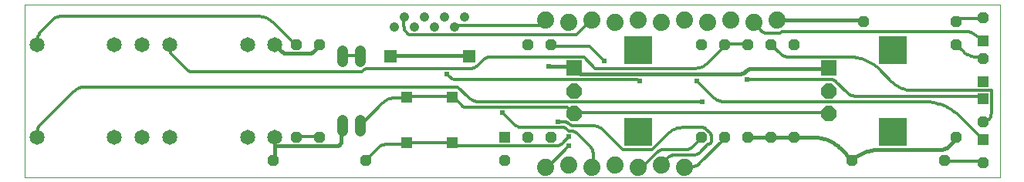
<source format=gtl>
G75*
%MOIN*%
%OFA0B0*%
%FSLAX24Y24*%
%IPPOS*%
%LPD*%
%AMOC8*
5,1,8,0,0,1.08239X$1,22.5*
%
%ADD10C,0.0010*%
%ADD11R,0.0660X0.0660*%
%ADD12OC8,0.0660*%
%ADD13R,0.1227X0.1227*%
%ADD14C,0.0650*%
%ADD15OC8,0.0480*%
%ADD16C,0.0480*%
%ADD17R,0.0478X0.0478*%
%ADD18R,0.0480X0.0480*%
%ADD19R,0.0531X0.0531*%
%ADD20C,0.0413*%
%ADD21C,0.0740*%
%ADD22C,0.0120*%
%ADD23C,0.0240*%
%ADD24C,0.0180*%
D10*
X007994Y004807D02*
X050120Y004807D01*
X050120Y012287D01*
X007994Y012287D01*
X007994Y004807D01*
D11*
X031738Y009541D03*
X042738Y009541D03*
D12*
X042738Y008557D03*
X042738Y007572D03*
X031738Y007572D03*
X031738Y008557D03*
D13*
X034494Y006785D03*
X045494Y006785D03*
X045494Y010328D03*
X034494Y010328D03*
D14*
X018803Y010557D03*
X017622Y010557D03*
X014275Y010557D03*
X013053Y010557D03*
X011872Y010557D03*
X008525Y010557D03*
X008525Y006557D03*
X011872Y006557D03*
X013053Y006557D03*
X014275Y006557D03*
X017622Y006557D03*
X018803Y006557D03*
D15*
X019744Y006557D03*
X020744Y006557D03*
X022744Y005557D03*
X018744Y005557D03*
X028744Y005557D03*
X029744Y006557D03*
X030744Y006557D03*
X037244Y006557D03*
X038244Y006557D03*
X039244Y006557D03*
X040244Y006557D03*
X041244Y006557D03*
X043744Y005557D03*
X047744Y005557D03*
X049394Y005457D03*
X048244Y006557D03*
X049394Y007207D03*
X049394Y009957D03*
X048244Y010557D03*
X048244Y011557D03*
X049394Y011707D03*
X044244Y011557D03*
X041244Y010557D03*
X040244Y010557D03*
X039244Y010557D03*
X038244Y010557D03*
X037244Y010557D03*
X030744Y010557D03*
X029744Y010557D03*
X020744Y010557D03*
X019744Y010557D03*
D16*
X021744Y010297D02*
X021744Y009817D01*
X022494Y009817D02*
X022494Y010297D01*
X022494Y007297D02*
X022494Y006817D01*
X021744Y006817D02*
X021744Y007297D01*
D17*
X024509Y006322D03*
X026478Y006322D03*
X026478Y008291D03*
X024509Y008291D03*
D18*
X028744Y006557D03*
X049394Y006457D03*
X049394Y008207D03*
X049394Y008957D03*
X049394Y010707D03*
D19*
X027187Y010059D03*
X023801Y010059D03*
D20*
X023978Y011307D03*
X024844Y011307D03*
X025710Y011307D03*
X026576Y011307D03*
X026143Y011740D03*
X027009Y011740D03*
X025277Y011740D03*
X024411Y011740D03*
D21*
X030494Y011607D03*
X031494Y011507D03*
X032494Y011607D03*
X033494Y011507D03*
X034494Y011607D03*
X035494Y011507D03*
X036494Y011607D03*
X037494Y011507D03*
X038494Y011607D03*
X039494Y011507D03*
X040494Y011607D03*
X035494Y005357D03*
X036494Y005257D03*
X034494Y005257D03*
X033494Y005357D03*
X032494Y005257D03*
X031494Y005357D03*
X030494Y005257D03*
D22*
X030554Y005287D01*
X030634Y005287D01*
X031514Y006167D01*
X031233Y006286D02*
X031514Y006567D01*
X031650Y006806D02*
X031678Y006804D01*
X031706Y006800D01*
X031733Y006792D01*
X031758Y006781D01*
X031783Y006768D01*
X031806Y006751D01*
X031827Y006733D01*
X032462Y006099D01*
X032554Y005877D02*
X032554Y005287D01*
X032494Y005257D01*
X032554Y005877D02*
X032552Y005912D01*
X032546Y005947D01*
X032536Y005981D01*
X032523Y006013D01*
X032506Y006044D01*
X032485Y006073D01*
X032462Y006099D01*
X032963Y006879D02*
X032929Y006909D01*
X032894Y006937D01*
X032856Y006962D01*
X032817Y006984D01*
X032776Y007003D01*
X032734Y007019D01*
X032690Y007031D01*
X032646Y007040D01*
X032601Y007045D01*
X032556Y007047D01*
X031718Y007047D01*
X031618Y006806D02*
X031590Y006808D01*
X031562Y006812D01*
X031535Y006820D01*
X031509Y006831D01*
X031484Y006844D01*
X031462Y006861D01*
X031441Y006880D01*
X031440Y006880D02*
X031411Y006910D01*
X031504Y007136D02*
X031484Y007154D01*
X031462Y007170D01*
X031438Y007183D01*
X031413Y007193D01*
X031387Y007201D01*
X031360Y007205D01*
X031333Y007207D01*
X031034Y007207D01*
X031273Y006967D02*
X029535Y006967D01*
X029089Y007151D02*
X028634Y007607D01*
X029090Y007151D02*
X029126Y007117D01*
X029165Y007086D01*
X029206Y007059D01*
X029249Y007035D01*
X029294Y007014D01*
X029340Y006997D01*
X029388Y006983D01*
X029436Y006974D01*
X029486Y006968D01*
X029535Y006966D01*
X030945Y006167D02*
X030985Y006169D01*
X031025Y006175D01*
X031063Y006185D01*
X031101Y006198D01*
X031137Y006215D01*
X031172Y006236D01*
X031204Y006260D01*
X031233Y006286D01*
X030945Y006167D02*
X026634Y006167D01*
X026478Y006322D01*
X026474Y006327D01*
X024554Y006327D01*
X024509Y006322D01*
X024474Y006247D01*
X023657Y006247D01*
X023276Y006089D02*
X022744Y005557D01*
X023277Y006088D02*
X023308Y006117D01*
X023341Y006143D01*
X023376Y006167D01*
X023413Y006187D01*
X023451Y006205D01*
X023491Y006220D01*
X023531Y006231D01*
X023573Y006239D01*
X023615Y006244D01*
X023657Y006246D01*
X022554Y007127D02*
X022494Y007057D01*
X022554Y007127D02*
X023451Y008024D01*
X023989Y008247D02*
X024474Y008247D01*
X024509Y008291D01*
X024554Y008327D01*
X026474Y008327D01*
X026478Y008291D01*
X026554Y008247D01*
X026891Y007909D01*
X027042Y007847D02*
X031434Y007847D01*
X031674Y007607D01*
X031738Y007572D01*
X031754Y007607D01*
X042714Y007607D01*
X042738Y007572D01*
X043693Y010007D02*
X043771Y010005D01*
X043849Y010000D01*
X043927Y009991D01*
X044004Y009978D01*
X044080Y009962D01*
X044156Y009942D01*
X044231Y009919D01*
X044304Y009893D01*
X044376Y009863D01*
X044447Y009830D01*
X044516Y009793D01*
X044584Y009754D01*
X044649Y009711D01*
X044713Y009665D01*
X044774Y009617D01*
X044833Y009565D01*
X044889Y009511D01*
X045440Y008961D01*
X046391Y008567D02*
X049754Y008567D01*
X049754Y007567D01*
X049752Y007529D01*
X049746Y007492D01*
X049736Y007456D01*
X049723Y007421D01*
X049706Y007387D01*
X049685Y007355D01*
X049662Y007326D01*
X049635Y007299D01*
X049606Y007276D01*
X049574Y007255D01*
X049540Y007238D01*
X049505Y007225D01*
X049469Y007215D01*
X049432Y007209D01*
X049394Y007207D01*
X049354Y006487D02*
X048392Y007448D01*
X049274Y008327D02*
X049394Y008207D01*
X049274Y008327D02*
X043875Y008327D01*
X043532Y008469D02*
X043047Y008953D01*
X042822Y009047D02*
X039194Y009047D01*
X038223Y008086D02*
X038170Y008088D01*
X038117Y008094D01*
X038064Y008103D01*
X038013Y008116D01*
X037962Y008133D01*
X037913Y008154D01*
X037865Y008177D01*
X037819Y008205D01*
X037775Y008235D01*
X037734Y008268D01*
X037695Y008305D01*
X037034Y008967D01*
X036963Y009527D02*
X032634Y009527D01*
X032154Y010007D01*
X028074Y010007D01*
X027801Y009894D02*
X027533Y009626D01*
X027294Y009527D02*
X022861Y009527D01*
X022609Y009423D02*
X022591Y009406D01*
X022570Y009392D01*
X022548Y009381D01*
X022524Y009373D01*
X022500Y009369D01*
X022475Y009367D01*
X015304Y009367D01*
X014979Y009501D02*
X014314Y010167D01*
X014314Y010487D01*
X014275Y010557D01*
X014979Y009500D02*
X015009Y009473D01*
X015041Y009449D01*
X015074Y009427D01*
X015110Y009409D01*
X015147Y009394D01*
X015185Y009382D01*
X015224Y009373D01*
X015264Y009368D01*
X015304Y009366D01*
X018725Y011516D02*
X019674Y010567D01*
X019744Y010557D01*
X018725Y011516D02*
X018684Y011554D01*
X018641Y011590D01*
X018595Y011623D01*
X018547Y011652D01*
X018498Y011679D01*
X018447Y011702D01*
X018394Y011722D01*
X018341Y011738D01*
X018286Y011751D01*
X018231Y011760D01*
X018175Y011765D01*
X018119Y011767D01*
X009553Y011767D01*
X009213Y011626D02*
X008730Y011143D01*
X008554Y010718D02*
X008554Y010567D01*
X008525Y010557D01*
X008554Y010718D02*
X008556Y010765D01*
X008561Y010812D01*
X008571Y010858D01*
X008583Y010904D01*
X008600Y010948D01*
X008620Y010991D01*
X008643Y011032D01*
X008669Y011071D01*
X008698Y011108D01*
X008730Y011143D01*
X009213Y011626D02*
X009244Y011654D01*
X009277Y011680D01*
X009312Y011703D01*
X009350Y011722D01*
X009388Y011738D01*
X009429Y011751D01*
X009469Y011760D01*
X009511Y011765D01*
X009553Y011767D01*
X010643Y008727D02*
X026714Y008727D01*
X027175Y008266D01*
X027607Y008087D02*
X037274Y008087D01*
X038223Y008087D02*
X046850Y008087D01*
X043875Y008327D02*
X043833Y008329D01*
X043791Y008334D01*
X043749Y008344D01*
X043709Y008356D01*
X043670Y008372D01*
X043633Y008392D01*
X043597Y008415D01*
X043563Y008440D01*
X043532Y008469D01*
X043048Y008954D02*
X043024Y008975D01*
X042999Y008993D01*
X042972Y009009D01*
X042944Y009023D01*
X042915Y009033D01*
X042884Y009041D01*
X042853Y009045D01*
X042822Y009047D01*
X043693Y010007D02*
X041036Y010007D01*
X040622Y010178D02*
X040244Y010557D01*
X040634Y011047D02*
X040657Y011067D01*
X040682Y011085D01*
X040709Y011100D01*
X040737Y011112D01*
X040766Y011120D01*
X040796Y011125D01*
X040827Y011127D01*
X048564Y011127D01*
X048525Y010276D02*
X048569Y010235D01*
X048615Y010197D01*
X048664Y010162D01*
X048715Y010130D01*
X048768Y010102D01*
X048823Y010077D01*
X048879Y010056D01*
X048936Y010038D01*
X048995Y010025D01*
X049054Y010015D01*
X049114Y010009D01*
X049174Y010007D01*
X049354Y010007D01*
X049394Y009957D01*
X049229Y010851D02*
X049187Y010890D01*
X049144Y010926D01*
X049098Y010960D01*
X049050Y010990D01*
X049001Y011018D01*
X048950Y011043D01*
X048897Y011065D01*
X048844Y011083D01*
X048789Y011099D01*
X048733Y011111D01*
X048677Y011119D01*
X048621Y011124D01*
X048564Y011126D01*
X049229Y010851D02*
X049354Y010727D01*
X049394Y010707D01*
X048525Y010276D02*
X048244Y010557D01*
X046391Y008566D02*
X046321Y008568D01*
X046250Y008573D01*
X046181Y008583D01*
X046111Y008595D01*
X046043Y008612D01*
X045975Y008632D01*
X045909Y008655D01*
X045844Y008682D01*
X045780Y008713D01*
X045719Y008746D01*
X045658Y008783D01*
X045600Y008823D01*
X045545Y008866D01*
X045491Y008911D01*
X045440Y008960D01*
X041036Y010007D02*
X040990Y010009D01*
X040944Y010014D01*
X040899Y010023D01*
X040855Y010036D01*
X040812Y010052D01*
X040770Y010071D01*
X040730Y010093D01*
X040692Y010119D01*
X040656Y010147D01*
X040622Y010178D01*
X039244Y010557D02*
X039194Y010567D01*
X038314Y010567D01*
X038244Y010557D01*
X038234Y010487D01*
X037493Y009746D01*
X037454Y009709D01*
X037412Y009676D01*
X037368Y009645D01*
X037322Y009618D01*
X037275Y009594D01*
X037225Y009573D01*
X037174Y009556D01*
X037122Y009543D01*
X037070Y009534D01*
X037017Y009528D01*
X036963Y009526D01*
X034554Y008967D02*
X034474Y009047D01*
X026629Y009047D01*
X026364Y009156D02*
X026234Y009287D01*
X026364Y009157D02*
X026391Y009132D01*
X026421Y009110D01*
X026452Y009091D01*
X026485Y009076D01*
X026520Y009063D01*
X026556Y009054D01*
X026592Y009049D01*
X026629Y009047D01*
X027175Y008265D02*
X027210Y008232D01*
X027248Y008203D01*
X027288Y008176D01*
X027330Y008153D01*
X027373Y008133D01*
X027418Y008116D01*
X027464Y008103D01*
X027511Y008094D01*
X027559Y008088D01*
X027607Y008086D01*
X027042Y007846D02*
X027014Y007848D01*
X026987Y007853D01*
X026960Y007862D01*
X026935Y007875D01*
X026912Y007890D01*
X026891Y007909D01*
X023989Y008247D02*
X023935Y008245D01*
X023881Y008239D01*
X023827Y008230D01*
X023775Y008216D01*
X023723Y008199D01*
X023673Y008178D01*
X023624Y008154D01*
X023578Y008126D01*
X023533Y008095D01*
X023491Y008061D01*
X023451Y008024D01*
X022861Y009527D02*
X022826Y009525D01*
X022792Y009520D01*
X022758Y009512D01*
X022725Y009500D01*
X022693Y009485D01*
X022663Y009467D01*
X022635Y009446D01*
X022609Y009423D01*
X022494Y010057D02*
X022474Y010087D01*
X021754Y010087D01*
X021744Y010057D01*
X024755Y010967D02*
X031834Y010967D01*
X032474Y011607D01*
X032494Y011607D01*
X030494Y011607D02*
X030474Y011607D01*
X030234Y011367D01*
X026794Y011367D01*
X026576Y011307D01*
X024755Y010967D02*
X024719Y010969D01*
X024683Y010974D01*
X024647Y010983D01*
X024613Y010995D01*
X024580Y011011D01*
X024549Y011030D01*
X024520Y011051D01*
X024493Y011076D01*
X024468Y011103D01*
X024447Y011132D01*
X024428Y011163D01*
X024412Y011196D01*
X024400Y011230D01*
X024391Y011266D01*
X024386Y011302D01*
X024384Y011338D01*
X024384Y011687D01*
X024411Y011740D01*
X030744Y010557D02*
X030794Y010487D01*
X032394Y010487D01*
X033034Y009847D01*
X028074Y010007D02*
X028036Y010005D01*
X027999Y010000D01*
X027962Y009990D01*
X027926Y009978D01*
X027892Y009961D01*
X027860Y009942D01*
X027829Y009919D01*
X027801Y009894D01*
X027533Y009626D02*
X027508Y009604D01*
X027482Y009584D01*
X027453Y009567D01*
X027423Y009553D01*
X027392Y009542D01*
X027360Y009533D01*
X027327Y009529D01*
X027294Y009527D01*
X031506Y007135D02*
X031531Y007112D01*
X031558Y007093D01*
X031588Y007077D01*
X031619Y007064D01*
X031651Y007055D01*
X031684Y007049D01*
X031718Y007047D01*
X031506Y007135D02*
X031505Y007136D01*
X031618Y006807D02*
X031650Y006807D01*
X031410Y006910D02*
X031391Y006927D01*
X031370Y006941D01*
X031347Y006952D01*
X031323Y006960D01*
X031298Y006965D01*
X031273Y006967D01*
X032962Y006878D02*
X033834Y006007D01*
X035114Y006007D01*
X035845Y006738D01*
X036398Y006967D02*
X037285Y006967D01*
X037402Y006918D02*
X037623Y006698D01*
X037674Y006574D02*
X037674Y006407D01*
X037672Y006384D01*
X037668Y006362D01*
X037660Y006341D01*
X037649Y006320D01*
X037635Y006302D01*
X037619Y006286D01*
X037601Y006272D01*
X037580Y006261D01*
X037559Y006253D01*
X037537Y006249D01*
X037514Y006247D01*
X037154Y005887D01*
X036864Y005767D02*
X036007Y005767D01*
X035848Y005701D02*
X035514Y005367D01*
X035494Y005357D01*
X035848Y005701D02*
X035867Y005718D01*
X035887Y005733D01*
X035909Y005745D01*
X035933Y005754D01*
X035957Y005761D01*
X035982Y005766D01*
X036007Y005767D01*
X035587Y006007D02*
X035551Y006005D01*
X035515Y006000D01*
X035480Y005991D01*
X035446Y005979D01*
X035413Y005963D01*
X035382Y005945D01*
X035353Y005923D01*
X035326Y005899D01*
X034714Y005287D01*
X034554Y005287D01*
X034494Y005257D01*
X036494Y005257D02*
X036554Y005287D01*
X036870Y005287D01*
X037150Y005403D02*
X038234Y006487D01*
X038244Y006557D01*
X037674Y006574D02*
X037673Y006597D01*
X037668Y006619D01*
X037661Y006641D01*
X037651Y006662D01*
X037638Y006681D01*
X037623Y006698D01*
X037402Y006917D02*
X037386Y006932D01*
X037368Y006944D01*
X037349Y006953D01*
X037328Y006960D01*
X037307Y006965D01*
X037285Y006966D01*
X037244Y006557D02*
X037194Y006487D01*
X036823Y006116D01*
X036864Y005767D02*
X036904Y005769D01*
X036944Y005775D01*
X036983Y005785D01*
X037021Y005798D01*
X037057Y005815D01*
X037092Y005836D01*
X037124Y005860D01*
X037154Y005887D01*
X037150Y005403D02*
X037121Y005377D01*
X037090Y005354D01*
X037057Y005334D01*
X037022Y005317D01*
X036985Y005304D01*
X036947Y005295D01*
X036909Y005289D01*
X036870Y005287D01*
X036560Y006007D02*
X035587Y006007D01*
X035845Y006737D02*
X035886Y006775D01*
X035929Y006810D01*
X035975Y006842D01*
X036023Y006870D01*
X036073Y006895D01*
X036125Y006917D01*
X036178Y006934D01*
X036232Y006948D01*
X036287Y006958D01*
X036342Y006964D01*
X036398Y006966D01*
X036823Y006116D02*
X036796Y006091D01*
X036767Y006070D01*
X036735Y006051D01*
X036702Y006035D01*
X036668Y006023D01*
X036633Y006014D01*
X036596Y006009D01*
X036560Y006007D01*
X046850Y008087D02*
X046940Y008085D01*
X047030Y008080D01*
X047120Y008070D01*
X047209Y008057D01*
X047298Y008041D01*
X047385Y008020D01*
X047472Y007996D01*
X047558Y007969D01*
X047643Y007938D01*
X047726Y007903D01*
X047808Y007865D01*
X047888Y007824D01*
X047966Y007780D01*
X048043Y007732D01*
X048117Y007681D01*
X048190Y007627D01*
X048260Y007570D01*
X048327Y007511D01*
X048392Y007448D01*
X049354Y006487D02*
X049394Y006457D01*
X049354Y005527D02*
X047754Y005527D01*
X047744Y005557D01*
X049354Y005527D02*
X049394Y005457D01*
X040634Y011047D02*
X040088Y011047D01*
X039791Y011170D02*
X039514Y011447D01*
X039494Y011507D01*
X039791Y011170D02*
X039818Y011145D01*
X039847Y011123D01*
X039878Y011103D01*
X039911Y011086D01*
X039944Y011072D01*
X039979Y011061D01*
X040015Y011053D01*
X040051Y011049D01*
X040088Y011047D01*
X048244Y011557D02*
X048314Y011607D01*
X048394Y011687D01*
X049354Y011687D01*
X049394Y011707D01*
X020744Y006557D02*
X020714Y006567D01*
X019754Y006567D01*
X019744Y006557D01*
X010643Y008727D02*
X010591Y008725D01*
X010539Y008720D01*
X010488Y008712D01*
X010437Y008700D01*
X010387Y008685D01*
X010338Y008666D01*
X010291Y008645D01*
X010245Y008620D01*
X010201Y008593D01*
X010158Y008563D01*
X010118Y008529D01*
X010080Y008494D01*
X010081Y008494D02*
X008691Y007104D01*
X008554Y006773D02*
X008554Y006567D01*
X008525Y006557D01*
X008554Y006773D02*
X008556Y006814D01*
X008561Y006854D01*
X008570Y006894D01*
X008582Y006933D01*
X008598Y006971D01*
X008617Y007007D01*
X008639Y007041D01*
X008663Y007074D01*
X008691Y007104D01*
D23*
X026234Y009287D03*
X030634Y009607D03*
X033034Y009847D03*
X034554Y008967D03*
X037034Y008967D03*
X039194Y009047D03*
X037274Y008087D03*
X031514Y006567D03*
X031514Y006167D03*
X031034Y007207D03*
X028634Y007607D03*
D24*
X031754Y009527D02*
X031994Y009287D01*
X038870Y009287D01*
X039150Y009403D02*
X039177Y009428D01*
X039206Y009451D01*
X039238Y009470D01*
X039270Y009487D01*
X039304Y009501D01*
X039340Y009513D01*
X039376Y009521D01*
X039412Y009525D01*
X039449Y009527D01*
X042714Y009527D01*
X042738Y009541D01*
X039150Y009403D02*
X039121Y009377D01*
X039090Y009354D01*
X039057Y009334D01*
X039022Y009317D01*
X038985Y009304D01*
X038947Y009295D01*
X038909Y009289D01*
X038870Y009287D01*
X031754Y009527D02*
X031738Y009541D01*
X031674Y009607D01*
X030634Y009607D01*
X027187Y010059D02*
X027114Y010087D01*
X023834Y010087D01*
X023801Y010059D01*
X020744Y010557D02*
X020714Y010487D01*
X020516Y010289D01*
X020221Y010167D02*
X019357Y010167D01*
X019079Y010282D02*
X018874Y010487D01*
X018803Y010557D01*
X019079Y010282D02*
X019108Y010256D01*
X019139Y010233D01*
X019172Y010213D01*
X019207Y010197D01*
X019243Y010184D01*
X019280Y010175D01*
X019318Y010169D01*
X019357Y010167D01*
X020221Y010167D02*
X020257Y010169D01*
X020294Y010173D01*
X020329Y010181D01*
X020364Y010192D01*
X020398Y010206D01*
X020430Y010223D01*
X020461Y010243D01*
X020490Y010265D01*
X020517Y010289D01*
X021674Y007047D02*
X021744Y007057D01*
X021674Y007047D02*
X021674Y006395D01*
X021672Y006368D01*
X021667Y006340D01*
X021659Y006314D01*
X021648Y006289D01*
X021634Y006265D01*
X021617Y006244D01*
X021597Y006224D01*
X021576Y006207D01*
X021552Y006193D01*
X021527Y006182D01*
X021501Y006174D01*
X021473Y006169D01*
X021446Y006167D01*
X018794Y006167D01*
X018794Y005607D01*
X018744Y005557D01*
X018794Y006167D02*
X018794Y006487D01*
X018803Y006557D01*
X039244Y006557D02*
X040244Y006557D01*
X041244Y006557D01*
X042049Y006557D01*
X043235Y006065D02*
X043744Y005557D01*
X044830Y006007D02*
X047502Y006007D01*
X047932Y006185D02*
X048234Y006487D01*
X048244Y006557D01*
X047932Y006185D02*
X047897Y006153D01*
X047859Y006123D01*
X047820Y006097D01*
X047778Y006073D01*
X047735Y006053D01*
X047690Y006037D01*
X047644Y006024D01*
X047597Y006014D01*
X047550Y006009D01*
X047502Y006007D01*
X044830Y006006D02*
X044755Y006004D01*
X044679Y005999D01*
X044605Y005989D01*
X044530Y005976D01*
X044457Y005960D01*
X044384Y005940D01*
X044313Y005916D01*
X044242Y005889D01*
X044173Y005859D01*
X044106Y005825D01*
X044040Y005787D01*
X043977Y005747D01*
X043915Y005704D01*
X043856Y005657D01*
X043798Y005608D01*
X043744Y005556D01*
X043235Y006066D02*
X043179Y006119D01*
X043120Y006170D01*
X043060Y006218D01*
X042997Y006264D01*
X042932Y006306D01*
X042865Y006345D01*
X042797Y006381D01*
X042726Y006414D01*
X042655Y006444D01*
X042582Y006470D01*
X042508Y006493D01*
X042433Y006512D01*
X042357Y006528D01*
X042281Y006541D01*
X042204Y006550D01*
X042126Y006555D01*
X042049Y006557D01*
X040494Y011607D02*
X044234Y011607D01*
X044244Y011557D01*
M02*

</source>
